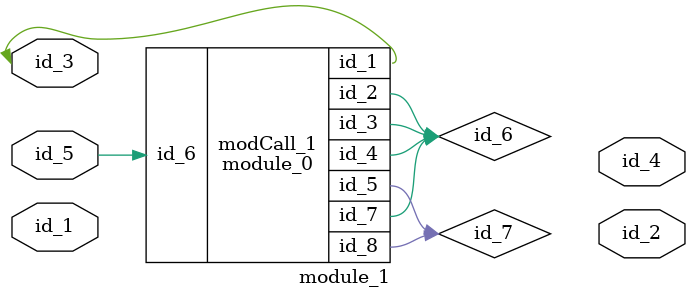
<source format=v>
module module_0 (
    id_1,
    id_2,
    id_3,
    id_4,
    id_5,
    id_6,
    id_7,
    id_8
);
  output wire id_8;
  inout wire id_7;
  input wire id_6;
  output wire id_5;
  inout wire id_4;
  output wire id_3;
  output wire id_2;
  inout wire id_1;
  assign id_4 = 1;
  wire id_9;
  wand id_10, id_11, id_12;
  wire id_13;
  wire id_14;
  wire id_15;
  assign id_11 = id_11;
  assign id_12 = -1;
  wire id_16;
endmodule
module module_1 (
    id_1,
    id_2,
    id_3,
    id_4,
    id_5
);
  inout wire id_5;
  output wire id_4;
  inout wire id_3;
  output wire id_2;
  input wire id_1;
  wire id_6, id_7, id_8;
  module_0 modCall_1 (
      id_3,
      id_6,
      id_6,
      id_6,
      id_7,
      id_5,
      id_6,
      id_7
  );
endmodule

</source>
